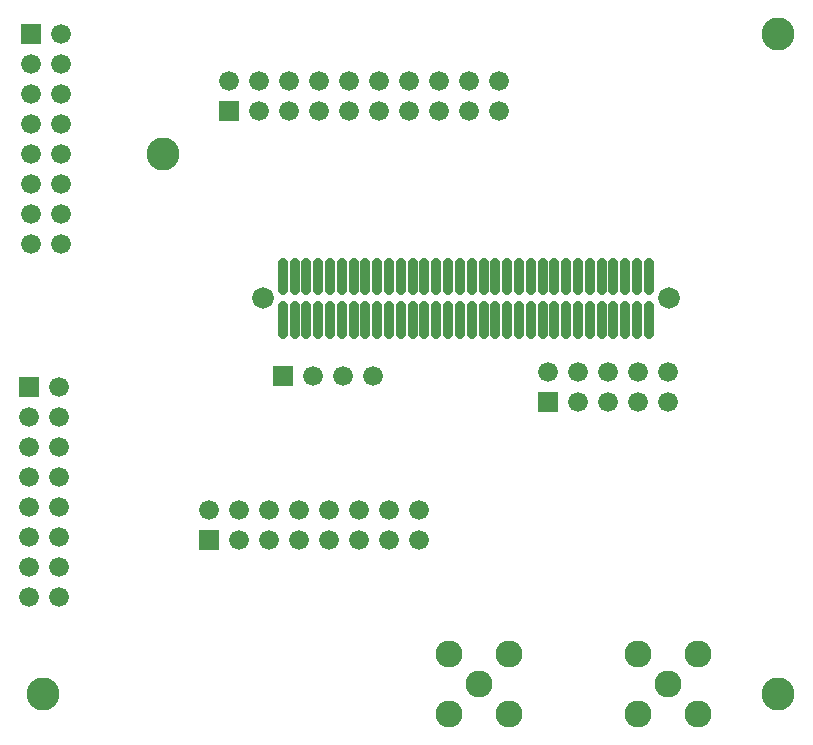
<source format=gbr>
G04 start of page 7 for group -4062 idx -4062
G04 Title: RX Daughterboard, soldermask *
G04 Creator: pcb 20070208 *
G04 CreationDate: Mon Dec 24 21:51:39 2007 UTC *
G04 For: matt *
G04 Format: Gerber/RS-274X *
G04 PCB-Dimensions: 275000 250000 *
G04 PCB-Coordinate-Origin: lower left *
%MOIN*%
%FSLAX24Y24*%
%LNBACKMASK*%
%ADD13C,0.0900*%
%ADD24C,0.0720*%
%ADD25R,0.0660X0.0660*%
%ADD26C,0.0660*%
%ADD27C,0.1100*%
%ADD28C,0.0340*%
G54D24*X22373Y14700D03*
G54D13*X22350Y1850D03*
X21350Y2850D03*
X23350D03*
X21350Y850D03*
X23350D03*
G54D25*X18350Y11250D03*
G54D13*X16050Y1850D03*
X15050Y2850D03*
X17050D03*
X15050Y850D03*
X17050D03*
G54D26*X18350Y12250D03*
X19350Y11250D03*
Y12250D03*
X20350D03*
X21350D03*
X22350D03*
X20350Y11250D03*
X21350D03*
X22350D03*
G54D24*X8830Y14700D03*
G54D25*X9500Y12100D03*
G54D26*X10500D03*
X11500D03*
X12500D03*
G54D25*X7050Y6650D03*
G54D26*Y7650D03*
X8050Y6650D03*
Y7650D03*
X9050Y6650D03*
Y7650D03*
X10050Y6650D03*
Y7650D03*
X11050Y6650D03*
Y7650D03*
X12050Y6650D03*
X13050D03*
X14050D03*
X12050Y7650D03*
X13050D03*
X14050D03*
X10700Y20950D03*
Y21950D03*
X11700D03*
X12700D03*
X11700Y20950D03*
X12700D03*
X13700D03*
X14700D03*
X15700D03*
X16700D03*
X13700Y21950D03*
X14700D03*
X15700D03*
X16700D03*
G54D25*X7700Y20950D03*
G54D26*Y21950D03*
X8700Y20950D03*
Y21950D03*
X9700Y20950D03*
Y21950D03*
G54D25*X1100Y23500D03*
G54D26*X2100D03*
X1100Y22500D03*
Y21500D03*
Y20500D03*
X2100Y22500D03*
Y21500D03*
Y20500D03*
Y19500D03*
Y18500D03*
Y17500D03*
X1100Y19500D03*
Y18500D03*
Y17500D03*
Y16500D03*
X2100D03*
X2050Y11750D03*
Y10750D03*
G54D25*X1050Y11750D03*
G54D26*Y10750D03*
Y9750D03*
X2050D03*
X1050Y8750D03*
Y7750D03*
Y6750D03*
Y5750D03*
Y4750D03*
X2050Y8750D03*
Y7750D03*
Y6750D03*
Y5750D03*
Y4750D03*
G54D27*X1500Y1500D03*
X26000D03*
Y23500D03*
X5500Y19500D03*
G54D28*X9499Y14428D02*Y13518D01*
X10286Y14428D02*Y13518D01*
X9893Y14428D02*Y13518D01*
X10680Y14428D02*Y13518D01*
X11074Y14428D02*Y13518D01*
X9499Y15881D02*Y14971D01*
X10286Y15881D02*Y14971D01*
X10680Y15881D02*Y14971D01*
X11074Y15881D02*Y14971D01*
X9893Y15881D02*Y14971D01*
X11467Y14428D02*Y13518D01*
X11861Y14428D02*Y13518D01*
X11467Y15881D02*Y14971D01*
X11861Y15881D02*Y14971D01*
X12255Y15881D02*Y14971D01*
X21704Y15881D02*Y14971D01*
X21310Y15881D02*Y14971D01*
X15404Y15881D02*Y14971D01*
X15798Y15881D02*Y14971D01*
X16192Y15881D02*Y14971D01*
X16585Y15881D02*Y14971D01*
X16979Y15881D02*Y14971D01*
X17373Y15881D02*Y14971D01*
X17767Y15881D02*Y14971D01*
X18160Y15881D02*Y14971D01*
X18554Y15881D02*Y14971D01*
X18948Y15881D02*Y14971D01*
X19341Y15881D02*Y14971D01*
X19735Y15881D02*Y14971D01*
X20129Y15881D02*Y14971D01*
X20522Y15881D02*Y14971D01*
X20916Y15881D02*Y14971D01*
X12255Y14428D02*Y13518D01*
X12648Y14428D02*Y13518D01*
X13042Y14428D02*Y13518D01*
X12648Y15881D02*Y14971D01*
X13042Y15881D02*Y14971D01*
X13436Y15881D02*Y14971D01*
X13830Y15881D02*Y14971D01*
X13436Y14428D02*Y13518D01*
X13830Y14428D02*Y13518D01*
X14223Y14428D02*Y13518D01*
X14617Y14428D02*Y13518D01*
X14223Y15881D02*Y14971D01*
X14617Y15881D02*Y14971D01*
X15011Y15881D02*Y14971D01*
Y14428D02*Y13518D01*
X15404Y14428D02*Y13518D01*
X15798Y14428D02*Y13518D01*
X16192Y14428D02*Y13518D01*
X16585Y14428D02*Y13518D01*
X16979Y14428D02*Y13518D01*
X17373Y14428D02*Y13518D01*
X17767Y14428D02*Y13518D01*
X18160Y14428D02*Y13518D01*
X18554Y14428D02*Y13518D01*
X18948Y14428D02*Y13518D01*
X19341Y14428D02*Y13518D01*
X19735Y14428D02*Y13518D01*
X20129Y14428D02*Y13518D01*
X20522Y14428D02*Y13518D01*
X20916Y14428D02*Y13518D01*
X21310Y14428D02*Y13518D01*
X21704Y14428D02*Y13518D01*
M02*

</source>
